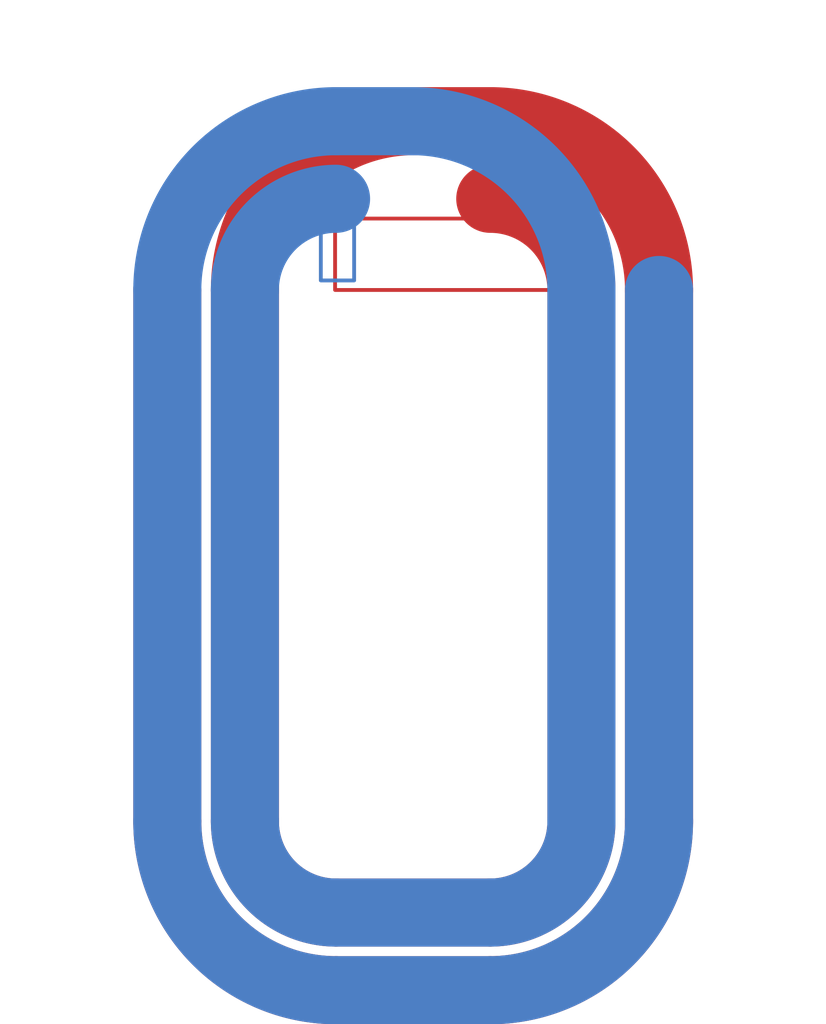
<source format=kicad_pcb>
(kicad_pcb
	(version 20241229)
	(generator "pcbnew")
	(generator_version "9.0")
	(general
		(thickness 1.6)
		(legacy_teardrops no)
	)
	(paper "A4")
	(layers
		(0 "F.Cu" signal)
		(4 "In1.Cu" signal)
		(6 "In2.Cu" signal)
		(2 "B.Cu" signal)
		(9 "F.Adhes" user "F.Adhesive")
		(11 "B.Adhes" user "B.Adhesive")
		(13 "F.Paste" user)
		(15 "B.Paste" user)
		(5 "F.SilkS" user "F.Silkscreen")
		(7 "B.SilkS" user "B.Silkscreen")
		(1 "F.Mask" user)
		(3 "B.Mask" user)
		(17 "Dwgs.User" user "User.Drawings")
		(19 "Cmts.User" user "User.Comments")
		(21 "Eco1.User" user "User.Eco1")
		(23 "Eco2.User" user "User.Eco2")
		(25 "Edge.Cuts" user)
		(27 "Margin" user)
		(31 "F.CrtYd" user "F.Courtyard")
		(29 "B.CrtYd" user "B.Courtyard")
		(35 "F.Fab" user)
		(33 "B.Fab" user)
		(39 "User.1" user)
		(41 "User.2" user)
		(43 "User.3" user)
		(45 "User.4" user)
	)
	(setup
		(stackup
			(layer "F.SilkS"
				(type "Top Silk Screen")
			)
			(layer "F.Paste"
				(type "Top Solder Paste")
			)
			(layer "F.Mask"
				(type "Top Solder Mask")
				(thickness 0.01)
			)
			(layer "F.Cu"
				(type "copper")
				(thickness 0.035)
			)
			(layer "dielectric 1"
				(type "prepreg")
				(thickness 0.1)
				(material "FR4")
				(epsilon_r 4.5)
				(loss_tangent 0.02)
			)
			(layer "In1.Cu"
				(type "copper")
				(thickness 0.035)
			)
			(layer "dielectric 2"
				(type "core")
				(thickness 1.24)
				(material "FR4")
				(epsilon_r 4.5)
				(loss_tangent 0.02)
			)
			(layer "In2.Cu"
				(type "copper")
				(thickness 0.035)
			)
			(layer "dielectric 3"
				(type "prepreg")
				(thickness 0.1)
				(material "FR4")
				(epsilon_r 4.5)
				(loss_tangent 0.02)
			)
			(layer "B.Cu"
				(type "copper")
				(thickness 0.035)
			)
			(layer "B.Mask"
				(type "Bottom Solder Mask")
				(thickness 0.01)
			)
			(layer "B.Paste"
				(type "Bottom Solder Paste")
			)
			(layer "B.SilkS"
				(type "Bottom Silk Screen")
			)
			(copper_finish "None")
			(dielectric_constraints no)
		)
		(pad_to_mask_clearance 0)
		(allow_soldermask_bridges_in_footprints no)
		(tenting front back)
		(pcbplotparams
			(layerselection 0x00000000_00000000_55555555_5755f5ff)
			(plot_on_all_layers_selection 0x00000000_00000000_00000000_00000000)
			(disableapertmacros no)
			(usegerberextensions no)
			(usegerberattributes yes)
			(usegerberadvancedattributes yes)
			(creategerberjobfile yes)
			(dashed_line_dash_ratio 12.000000)
			(dashed_line_gap_ratio 3.000000)
			(svgprecision 4)
			(plotframeref no)
			(mode 1)
			(useauxorigin no)
			(hpglpennumber 1)
			(hpglpenspeed 20)
			(hpglpendiameter 15.000000)
			(pdf_front_fp_property_popups yes)
			(pdf_back_fp_property_popups yes)
			(pdf_metadata yes)
			(pdf_single_document no)
			(dxfpolygonmode yes)
			(dxfimperialunits yes)
			(dxfusepcbnewfont yes)
			(psnegative no)
			(psa4output no)
			(plot_black_and_white yes)
			(sketchpadsonfab no)
			(plotpadnumbers no)
			(hidednponfab no)
			(sketchdnponfab yes)
			(crossoutdnponfab yes)
			(subtractmaskfromsilk no)
			(outputformat 1)
			(mirror no)
			(drillshape 1)
			(scaleselection 1)
			(outputdirectory "")
		)
	)
	(net 0 "")
	(gr_line
		(start 25.65 -8.8625)
		(end 21.625 -8.8625)
		(stroke
			(width 3.575)
			(type default)
		)
		(layer "F.Cu")
		(uuid "433f7fc5-85b3-4584-b9d0-9daa24d6fe25")
	)
	(gr_line
		(start 34.5125 27.9)
		(end 34.5125 0)
		(stroke
			(width 3.575)
			(type default)
		)
		(layer "F.Cu")
		(uuid "4d05cfcb-1f71-4056-9ed3-b3133685c387")
	)
	(gr_line
		(start 12.7625 0)
		(end 12.7625 27.9)
		(stroke
			(width 3.575)
			(type default)
		)
		(layer "F.Cu")
		(uuid "54f7856b-31d5-4ac7-83e9-64fdd9cd48dd")
	)
	(gr_arc
		(start 12.7625 0)
		(mid 15.358266 -6.266734)
		(end 21.625 -8.8625)
		(stroke
			(width 3.575)
			(type solid)
		)
		(layer "F.Cu")
		(uuid "6592acc4-dfe0-42be-90ad-b4fd1d7fe9be")
	)
	(gr_line
		(start 17.55 32.6875)
		(end 25.65 32.6875)
		(stroke
			(width 3.575)
			(type default)
		)
		(layer "F.Cu")
		(uuid "6bbd8a1c-2b06-42c1-bc72-61e7f1eee278")
	)
	(gr_arc
		(start 34.5125 27.9)
		(mid 31.916734 34.166734)
		(end 25.65 36.7625)
		(stroke
			(width 3.575)
			(type solid)
		)
		(layer "F.Cu")
		(uuid "6fb6fae8-47ee-43ff-8d47-8a5f1e103bc0")
	)
	(gr_arc
		(start 30.4375 27.9)
		(mid 29.035274 31.285274)
		(end 25.65 32.6875)
		(stroke
			(width 3.575)
			(type solid)
		)
		(layer "F.Cu")
		(uuid "74415033-82c4-4a8b-8517-5a27c7a91b8b")
	)
	(gr_rect
		(start 17.5 -3.75)
		(end 29 0)
		(stroke
			(width 0.2)
			(type default)
		)
		(fill no)
		(layer "F.Cu")
		(uuid "77ed13db-ab4b-4584-84a7-c36512247850")
	)
	(gr_line
		(start 8.6875 0)
		(end 8.6875 27.9)
		(stroke
			(width 3.575)
			(type default)
		)
		(layer "F.Cu")
		(uuid "837c140f-3d7e-4810-943b-392187cecbc3")
	)
	(gr_arc
		(start 17.55 32.6875)
		(mid 14.164726 31.285274)
		(end 12.7625 27.9)
		(stroke
			(width 3.575)
			(type solid)
		)
		(layer "F.Cu")
		(uuid "9725dfb2-5302-4718-ade7-dd331269045f")
	)
	(gr_arc
		(start 25.65 -8.8625)
		(mid 31.916734 -6.266734)
		(end 34.5125 0)
		(stroke
			(width 3.575)
			(type solid)
		)
		(layer "F.Cu")
		(uuid "ab291c4a-8124-4f59-9dc9-c9417c82f0a2")
	)
	(gr_line
		(start 30.4375 27.9)
		(end 30.4375 0)
		(stroke
			(width 3.575)
			(type default)
		)
		(layer "F.Cu")
		(uuid "b59cc54a-15d0-43ee-b7ae-03bd29a4a8d9")
	)
	(gr_line
		(start 17.55 36.7625)
		(end 25.65 36.7625)
		(stroke
			(width 3.575)
			(type default)
		)
		(layer "F.Cu")
		(uuid "d56e4d9e-a47b-4c6b-8c94-4f5bbcd2b783")
	)
	(gr_arc
		(start 17.55 36.7625)
		(mid 11.283266 34.166734)
		(end 8.6875 27.9)
		(stroke
			(width 3.575)
			(type solid)
		)
		(layer "F.Cu")
		(uuid "e104b9ea-4aca-4b58-8204-152b2d493977")
	)
	(gr_arc
		(start 25.65 -4.7875)
		(mid 29.035274 -3.385274)
		(end 30.4375 0)
		(stroke
			(width 3.575)
			(type solid)
		)
		(layer "F.Cu")
		(uuid "f486e523-6528-4811-b207-d595c8d95cab")
	)
	(gr_line
		(start 17.55 -8.8625)
		(end 21.575 -8.8625)
		(stroke
			(width 3.575)
			(type default)
		)
		(layer "B.Cu")
		(uuid "025f6eaa-39c4-4344-9742-7c7ab39a87b1")
	)
	(gr_arc
		(start 21.575 -8.8625)
		(mid 27.841734 -6.266734)
		(end 30.4375 0)
		(stroke
			(width 3.575)
			(type solid)
		)
		(layer "B.Cu")
		(uuid "2bfd0cbb-277a-4b93-b2f2-a041fa922e1b")
	)
	(gr_arc
		(start 17.55 36.7625)
		(mid 11.283266 34.166734)
		(end 8.6875 27.9)
		(stroke
			(width 3.575)
			(type solid)
		)
		(layer "B.Cu")
		(uuid "31baff64-da35-44b9-b418-d6090ad9078b")
	)
	(gr_line
		(start 25.65 32.6875)
		(end 17.55 32.6875)
		(stroke
			(width 3.575)
			(type default)
		)
		(layer "B.Cu")
		(uuid "36e3d0a0-e0d4-4625-b6b7-433f0edd657f")
	)
	(gr_line
		(start 30.4375 0)
		(end 30.4375 27.9)
		(stroke
			(width 3.575)
			(type default)
		)
		(layer "B.Cu")
		(uuid "39b6622a-2023-46b3-af8c-1a04cf405021")
	)
	(gr_line
		(start 25.65 36.7625)
		(end 17.55 36.7625)
		(stroke
			(width 3.575)
			(type default)
		)
		(layer "B.Cu")
		(uuid "3ea0f818-faf6-4fc3-ae41-afc8a10909ff")
	)
	(gr_rect
		(start 16.75 -3.5)
		(end 18.5 -0.5)
		(stroke
			(width 0.2)
			(type solid)
		)
		(fill no)
		(layer "B.Cu")
		(uuid "4e80c83e-4dae-484b-a138-6185b618c37b")
	)
	(gr_arc
		(start 8.6875 0)
		(mid 11.283266 -6.266734)
		(end 17.55 -8.8625)
		(stroke
			(width 3.575)
			(type solid)
		)
		(layer "B.Cu")
		(uuid "537b651f-bd4e-48c8-8ed5-fd50f6fee9e1")
	)
	(gr_arc
		(start 34.5125 27.9)
		(mid 31.916734 34.166734)
		(end 25.65 36.7625)
		(stroke
			(width 3.575)
			(type solid)
		)
		(layer "B.Cu")
		(uuid "6625bedb-bed4-4b51-a7dc-9ad80c833f59")
	)
	(gr_line
		(start 8.6875 27.9)
		(end 8.6875 0)
		(stroke
			(width 3.575)
			(type default)
		)
		(layer "B.Cu")
		(uuid "808efe74-bb05-4e83-9dab-014874911eb9")
	)
	(gr_arc
		(start 30.4375 27.9)
		(mid 29.035274 31.285274)
		(end 25.65 32.6875)
		(stroke
			(width 3.575)
			(type solid)
		)
		(layer "B.Cu")
		(uuid "916523eb-b1e0-426d-8cbf-6630c810a704")
	)
	(gr_line
		(start 12.7625 27.9)
		(end 12.7625 0)
		(stroke
			(width 3.575)
			(type default)
		)
		(layer "B.Cu")
		(uuid "94d70404-1457-46a1-9465-e35cdec0f733")
	)
	(gr_line
		(start 34.5125 0)
		(end 34.5125 27.9)
		(stroke
			(width 3.575)
			(type default)
		)
		(layer "B.Cu")
		(uuid "c8c740d5-cf25-46d5-b064-0ffe407e1a7f")
	)
	(gr_arc
		(start 12.7625 0)
		(mid 14.164726 -3.385274)
		(end 17.55 -4.7875)
		(stroke
			(width 3.575)
			(type solid)
		)
		(layer "B.Cu")
		(uuid "ce88e537-4b7c-42d4-975e-ffc9033e3508")
	)
	(gr_arc
		(start 17.55 32.6875)
		(mid 14.164726 31.285274)
		(end 12.7625 27.9)
		(stroke
			(width 3.575)
			(type solid)
		)
		(layer "B.Cu")
		(uuid "d02bde2c-6803-466d-9f05-67f67ddc5d30")
	)
	(gr_arc
		(start 17.55 36.7625)
		(mid 11.283266 34.166734)
		(end 8.6875 27.9)
		(stroke
			(width 3.575)
			(type solid)
		)
		(layer "In1.Cu")
		(uuid "0656d386-9313-49a5-af38-086a12d715c6")
	)
	(gr_line
		(start 18 -4.75)
		(end 22.75 -4.75)
		(stroke
			(width 3.575)
			(type default)
		)
		(layer "In1.Cu")
		(uuid "0ffdbf21-268b-4ed4-9536-4cbf5b2aabaf")
	)
	(gr_line
		(start 12.7625 27.9)
		(end 12.7625 0)
		(stroke
			(width 3.575)
			(type default)
		)
		(layer "In1.Cu")
		(uuid "2dfc53fd-147e-4e76-b744-9dad937100fb")
	)
	(gr_line
		(start 34.5125 0)
		(end 34.5125 27.9)
		(stroke
			(width 3.575)
			(type default)
		)
		(layer "In1.Cu")
		(uuid "3208c3da-ccf5-454d-9dad-df7e1a56d484")
	)
	(gr_arc
		(start 17.55 32.6875)
		(mid 14.164726 31.285274)
		(end 12.7625 27.9)
		(stroke
			(width 3.575)
			(type solid)
		)
		(layer "In1.Cu")
		(uuid "490fa75c-7fac-4804-9465-33ed9b80767e")
	)
	(gr_arc
		(start 21.575 -8.8625)
		(mid 27.841734 -6.266734)
		(end 30.4375 0)
		(stroke
			(width 3.575)
			(type solid)
		)
		(layer "In1.Cu")
		(uuid "52c42fe3-8ce0-4c12-a83c-509689c1384d")
	)
	(gr_line
		(start 25.65 32.6875)
		(end 17.55 32.6875)
		(stroke
			(width 3.575)
			(type default)
		)
		(layer "In1.Cu")
		(uuid "5ab99164-b68a-439f-bc6a-f54b94008194")
	)
	(gr_line
		(start 8.6875 27.9)
		(end 8.6875 0)
		(stroke
			(width 3.575)
			(type default)
		)
		(layer "In1.Cu")
		(uuid "665459d0-2d84-491a-8f65-d7fef81a95f2")
	)
	(gr_line
		(start 30.4375 0)
		(end 30.4375 27.9)
		(stroke
			(width 3.575)
			(type default)
		)
		(layer "In1.Cu")
		(uuid "6ac1c2b1-47ce-4f2f-af17-79cdd779aa52")
	)
	(gr_arc
		(start 30.4375 27.9)
		(mid 29.035274 31.285274)
		(end 25.65 32.6875)
		(stroke
			(width 3.575)
			(type solid)
		)
		(layer "In1.Cu")
		(uuid "83f4ffe2-7dff-4ae3-8f6d-88808e7a3288")
	)
	(gr_line
		(start 25.65 36.7625)
		(end 17.55 36.7625)
		(stroke
			(width 3.575)
			(type default)
		)
		(layer "In1.Cu")
		(uuid "91033739-f261-407a-ae3f-af82dda4f3dd")
	)
	(gr_rect
		(start 22.75 -4.75)
		(end 26.25 -0.25)
		(stroke
			(width 0.2)
			(type default)
		)
		(fill no)
		(layer "In1.Cu")
		(uuid "ab1abe07-fe3d-42b8-8b3d-7414cd4523d9")
	)
	(gr_arc
		(start 8.6875 0)
		(mid 11.283266 -6.266734)
		(end 17.55 -8.8625)
		(stroke
			(width 3.575)
			(type solid)
		)
		(layer "In1.Cu")
		(uuid "bb366212-23a1-4d02-8871-559c2d38989f")
	)
	(gr_arc
		(start 34.5125 27.9)
		(mid 31.916734 34.166734)
		(end 25.65 36.7625)
		(stroke
			(width 3.575)
			(type solid)
		)
		(layer "In1.Cu")
		(uuid "dd00b7d5-2fdc-43cd-bc69-d3eb5087f1ef")
	)
	(gr_rect
		(start 33.5 -15.125)
		(end 35.5125 0.125)
		(stroke
			(width 0.2)
			(type default)
		)
		(fill no)
		(layer "In1.Cu")
		(uuid "e454f12d-a8cc-4a9c-b4cc-7d879b181bed")
	)
	(gr_line
		(start 17.55 -8.8625)
		(end 21.575 -8.8625)
		(stroke
			(width 3.575)
			(type default)
		)
		(layer "In1.Cu")
		(uuid "f643285f-a7fc-4592-9b36-19ac62c10cbe")
	)
	(gr_arc
		(start 12.7625 0)
		(mid 14.164726 -3.385274)
		(end 17.55 -4.7875)
		(stroke
			(width 3.575)
			(type solid)
		)
		(layer "In1.Cu")
		(uuid "f6df9417-6ecf-426e-a9e8-f052907a3e62")
	)
	(gr_line
		(start 25.65 -8.8625)
		(end 21.625 -8.8625)
		(stroke
			(width 3.575)
			(type default)
		)
		(layer "In2.Cu")
		(uuid "09cc651d-a2ea-4475-8c99-c4128eca76aa")
	)
	(gr_line
		(start 30.4375 27.9)
		(end 30.4375 0)
		(stroke
			(width 3.575)
			(type default)
		)
		(layer "In2.Cu")
		(uuid "0c47f340-bf12-4d26-93e6-ead2cab36248")
	)
	(gr_arc
		(start 17.55 36.7625)
		(mid 11.283266 34.166734)
		(end 8.6875 27.9)
		(stroke
			(width 3.575)
			(type solid)
		)
		(layer "In2.Cu")
		(uuid "2f69fd5b-8fee-4a7a-a8de-a9f03949b504")
	)
	(gr_line
		(start 34.5125 27.9)
		(end 34.5125 0)
		(stroke
			(width 3.575)
			(type default)
		)
		(layer "In2.Cu")
		(uuid "4de8378a-f88d-4377-8498-4fd1ca15eaab")
	)
	(gr_line
		(start 17.55 32.6875)
		(end 25.65 32.6875)
		(stroke
			(width 3.575)
			(type default)
		)
		(layer "In2.Cu")
		(uuid "5272ba69-649a-4247-b424-ba55e6f08734")
	)
	(gr_line
		(start 8.6875 0)
		(end 8.6875 27.9)
		(stroke
			(width 3.575)
			(type default)
		)
		(layer "In2.Cu")
		(uuid "52c64ac4-6d6b-4b28-93c3-eadfa1fcc042")
	)
	(gr_rect
		(start 17.5 -6)
		(end 24.5 -3.75)
		(stroke
			(width 0.2)
			(type default)
		)
		(fill no)
		(layer "In2.Cu")
		(uuid "63a5a203-c072-4b31-bbb4-3f212fd7d288")
	)
	(gr_arc
		(start 30.4375 27.9)
		(mid 29.035274 31.285274)
		(end 25.65 32.6875)
		(stroke
			(width 3.575)
			(type solid)
		)
		(layer "In2.Cu")
		(uuid "66ac1d21-2939-40fd-ba58-7be1c9ac1e8d")
	)
	(gr_arc
		(start 25.65 -8.8625)
		(mid 31.916734 -6.266734)
		(end 34.5125 0)
		(stroke
			(width 3.575)
			(type solid)
		)
		(layer "In2.Cu")
		(uuid "76a3cc1f-10e0-4481-903e-dd96df694385")
	)
	(gr_rect
		(start 10 -14.25)
		(end 38.25 -11.5)
		(stroke
			(width 0.2)
			(type default)
		)
		(fill no)
		(layer "In2.Cu")
		(uuid "867c6a10-b1e1-498b-8508-333915d1cf88")
	)
	(gr_arc
		(start 12.7625 0)
		(mid 15.358266 -6.266734)
		(end 21.625 -8.8625)
		(stroke
			(width 3.575)
			(type solid)
		)
		(layer "In2.Cu")
		(uuid "8e7ab97e-debe-45f4-bdec-535b0615a6e4")
	)
	(gr_line
		(start 12.7625 0)
		(end 12.7625 27.9)
		(stroke
			(width 3.575)
			(type default)
		)
		(layer "In2.Cu")
		(uuid "af56b46e-f6f6-43a5-98c8-8e44f8a7cf3f")
	)
	(gr_arc
		(start 25.65 -4.7875)
		(mid 29.035274 -3.385274)
		(end 30.4375 0)
		(stroke
			(width 3.575)
			(type solid)
		)
		(layer "In2.Cu")
		(uuid "dca82c62-73f5-4ec4-af45-380b6f06df5c")
	)
	(gr_rect
		(start 17.5 -3.75)
		(end 19.5 -0.5)
		(stroke
			(width 0.2)
			(type default)
		)
		(fill no)
		(layer "In2.Cu")
		(uuid "e3931642-71bc-418e-9505-b8e437323918")
	)
	(gr_arc
		(start 17.55 32.6875)
		(mid 14.164726 31.285274)
		(end 12.7625 27.9)
		(stroke
			(width 3.575)
			(type solid)
		)
		(layer "In2.Cu")
		(uuid "e72b7a90-4ee6-458f-a380-8206f59758f0")
	)
	(gr_line
		(start 17.55 36.7625)
		(end 25.65 36.7625)
		(stroke
			(width 3.575)
			(type default)
		)
		(layer "In2.Cu")
		(uuid "f448ca26-53ff-4fca-9c84-2ec20ff7d4f7")
	)
	(gr_arc
		(start 34.5125 27.9)
		(mid 31.916734 34.166734)
		(end 25.65 36.7625)
		(stroke
			(width 3.575)
			(type solid)
		)
		(layer "In2.Cu")
		(uuid "fc2e8c0a-6376-4ab7-8cb9-d10e211a8060")
	)
	(gr_line
		(start 25.65 0)
		(end 25.65 27.9)
		(stroke
			(width 0.2)
			(type default)
		)
		(layer "F.Fab")
		(uuid "1aa9eb48-17a1-4bf0-b1c1-95af03360f7f")
	)
	(gr_rect
		(start 0 0)
		(end 43.2 27.9)
		(stroke
			(width 0.2)
			(type solid)
		)
		(fill no)
		(layer "F.Fab")
		(uuid "1e72f1b6-836e-4326-8ce4-765fd9cb046a")
	)
	(gr_line
		(start 17.55 0)
		(end 17.55 27.9)
		(stroke
			(width 0.2)
			(type default)
		)
		(layer "F.Fab")
		(uuid "3875116e-52e1-4574-a600-1a8ba5760311")
	)
	(gr_line
		(start 3.9 0)
		(end 3.9 27.9)
		(stroke
			(width 0.2)
			(type default)
		)
		(layer "F.Fab")
		(uuid "3a4f5d46-3136-4fcd-b30e-649520f71bf9")
	)
	(gr_line
		(start 39.3 0)
		(end 39.3 27.9)
		(stroke
			(width 0.2)
			(type default)
		)
		(layer "F.Fab")
		(uuid "e60cd174-287a-41c5-8a01-6a3c2d2c790b")
	)
	(group ""
		(uuid "a21edb0d-1426-43e5-a23a-657ac63b9726")
		(members "025f6eaa-39c4-4344-9742-7c7ab39a87b1" "2bfd0cbb-277a-4b93-b2f2-a041fa922e1b"
			"31baff64-da35-44b9-b418-d6090ad9078b" "36e3d0a0-e0d4-4625-b6b7-433f0edd657f"
			"39b6622a-2023-46b3-af8c-1a04cf405021" "3ea0f818-faf6-4fc3-ae41-afc8a10909ff"
			"537b651f-bd4e-48c8-8ed5-fd50f6fee9e1" "6625bedb-bed4-4b51-a7dc-9ad80c833f59"
			"808efe74-bb05-4e83-9dab-014874911eb9" "916523eb-b1e0-426d-8cbf-6630c810a704"
			"94d70404-1457-46a1-9465-e35cdec0f733" "c8c740d5-cf25-46d5-b064-0ffe407e1a7f"
			"ce88e537-4b7c-42d4-975e-ffc9033e3508" "d02bde2c-6803-466d-9f05-67f67ddc5d30"
		)
	)
	(group ""
		(uuid "64ca53e5-87df-4adc-a5ca-0ab5e08c0128")
		(members "0656d386-9313-49a5-af38-086a12d715c6" "0ffdbf21-268b-4ed4-9536-4cbf5b2aabaf"
			"2dfc53fd-147e-4e76-b744-9dad937100fb" "3208c3da-ccf5-454d-9dad-df7e1a56d484"
			"490fa75c-7fac-4804-9465-33ed9b80767e" "52c42fe3-8ce0-4c12-a83c-509689c1384d"
			"5ab99164-b68a-439f-bc6a-f54b94008194" "665459d0-2d84-491a-8f65-d7fef81a95f2"
			"6ac1c2b1-47ce-4f2f-af17-79cdd779aa52" "83f4ffe2-7dff-4ae3-8f6d-88808e7a3288"
			"91033739-f261-407a-ae3f-af82dda4f3dd" "bb366212-23a1-4d02-8871-559c2d38989f"
			"dd00b7d5-2fdc-43cd-bc69-d3eb5087f1ef" "f643285f-a7fc-4592-9b36-19ac62c10cbe"
			"f6df9417-6ecf-426e-a9e8-f052907a3e62"
		)
	)
	(group ""
		(uuid "fa0f1842-3f3e-4449-b7f6-f17cb2d3920d")
		(members "09cc651d-a2ea-4475-8c99-c4128eca76aa" "0c47f340-bf12-4d26-93e6-ead2cab36248"
			"2f69fd5b-8fee-4a7a-a8de-a9f03949b504" "4de8378a-f88d-4377-8498-4fd1ca15eaab"
			"5272ba69-649a-4247-b424-ba55e6f08734" "52c64ac4-6d6b-4b28-93c3-eadfa1fcc042"
			"66ac1d21-2939-40fd-ba58-7be1c9ac1e8d" "76a3cc1f-10e0-4481-903e-dd96df694385"
			"8e7ab97e-debe-45f4-bdec-535b0615a6e4" "af56b46e-f6f6-43a5-98c8-8e44f8a7cf3f"
			"dca82c62-73f5-4ec4-af45-380b6f06df5c" "e72b7a90-4ee6-458f-a380-8206f59758f0"
			"f448ca26-53ff-4fca-9c84-2ec20ff7d4f7" "fc2e8c0a-6376-4ab7-8cb9-d10e211a8060"
		)
	)
	(embedded_fonts no)
)

</source>
